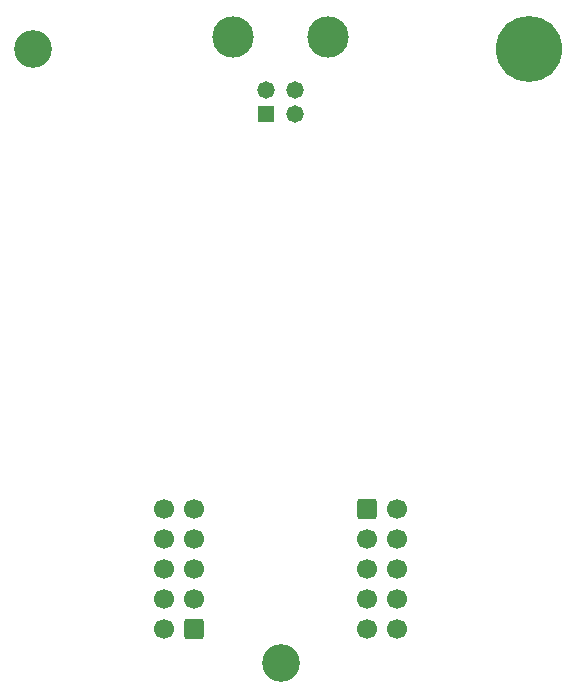
<source format=gbr>
%TF.GenerationSoftware,KiCad,Pcbnew,(6.0.7-1)-1*%
%TF.CreationDate,2022-12-04T14:42:11+01:00*%
%TF.ProjectId,pork-chop-control,706f726b-2d63-4686-9f70-2d636f6e7472,rev?*%
%TF.SameCoordinates,Original*%
%TF.FileFunction,Soldermask,Bot*%
%TF.FilePolarity,Negative*%
%FSLAX46Y46*%
G04 Gerber Fmt 4.6, Leading zero omitted, Abs format (unit mm)*
G04 Created by KiCad (PCBNEW (6.0.7-1)-1) date 2022-12-04 14:42:11*
%MOMM*%
%LPD*%
G01*
G04 APERTURE LIST*
G04 Aperture macros list*
%AMRoundRect*
0 Rectangle with rounded corners*
0 $1 Rounding radius*
0 $2 $3 $4 $5 $6 $7 $8 $9 X,Y pos of 4 corners*
0 Add a 4 corners polygon primitive as box body*
4,1,4,$2,$3,$4,$5,$6,$7,$8,$9,$2,$3,0*
0 Add four circle primitives for the rounded corners*
1,1,$1+$1,$2,$3*
1,1,$1+$1,$4,$5*
1,1,$1+$1,$6,$7*
1,1,$1+$1,$8,$9*
0 Add four rect primitives between the rounded corners*
20,1,$1+$1,$2,$3,$4,$5,0*
20,1,$1+$1,$4,$5,$6,$7,0*
20,1,$1+$1,$6,$7,$8,$9,0*
20,1,$1+$1,$8,$9,$2,$3,0*%
G04 Aperture macros list end*
%ADD10C,3.500000*%
%ADD11C,1.478000*%
%ADD12R,1.478000X1.478000*%
%ADD13RoundRect,0.250000X0.600000X0.600000X-0.600000X0.600000X-0.600000X-0.600000X0.600000X-0.600000X0*%
%ADD14C,1.700000*%
%ADD15C,3.200000*%
%ADD16RoundRect,0.250000X-0.600000X-0.600000X0.600000X-0.600000X0.600000X0.600000X-0.600000X0.600000X0*%
%ADD17C,5.600000*%
G04 APERTURE END LIST*
D10*
%TO.C,J1*%
X121000000Y-63000000D03*
X129000000Y-63000000D03*
D11*
X123750000Y-67490000D03*
X126250000Y-67490000D03*
X126250000Y-69490000D03*
D12*
X123750000Y-69490000D03*
%TD*%
D13*
%TO.C,J2*%
X117697500Y-113080000D03*
D14*
X115157500Y-113080000D03*
X117697500Y-110540000D03*
X115157500Y-110540000D03*
X117697500Y-108000000D03*
X115157500Y-108000000D03*
X117697500Y-105460000D03*
X115157500Y-105460000D03*
X117697500Y-102920000D03*
X115157500Y-102920000D03*
%TD*%
D15*
%TO.C,REF\u002A\u002A*%
X104000000Y-64000000D03*
%TD*%
D16*
%TO.C,J3*%
X132302500Y-102920000D03*
D14*
X134842500Y-102920000D03*
X132302500Y-105460000D03*
X134842500Y-105460000D03*
X132302500Y-108000000D03*
X134842500Y-108000000D03*
X132302500Y-110540000D03*
X134842500Y-110540000D03*
X132302500Y-113080000D03*
X134842500Y-113080000D03*
%TD*%
D17*
%TO.C,H1*%
X146000000Y-64000000D03*
%TD*%
D15*
%TO.C,REF\u002A\u002A*%
X125000000Y-116000000D03*
%TD*%
M02*

</source>
